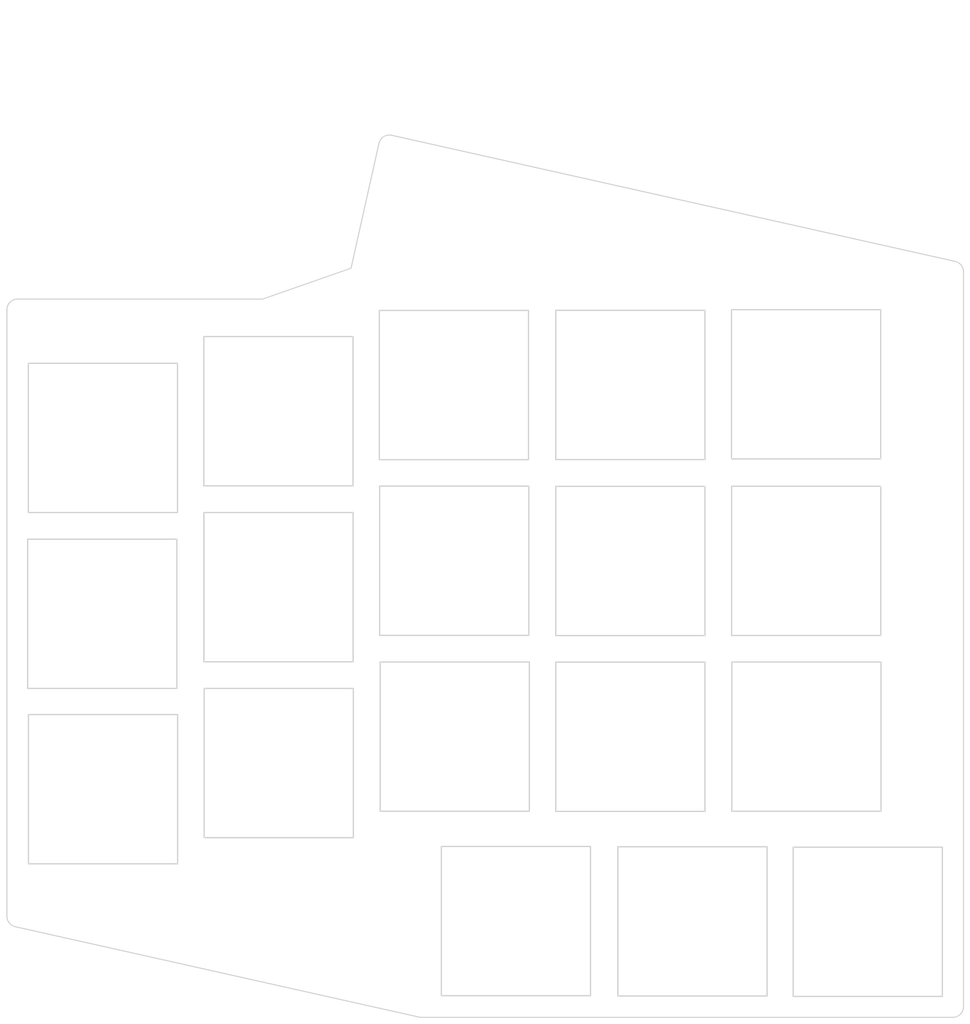
<source format=kicad_pcb>
(kicad_pcb (version 20211014) (generator pcbnew)
  (layers (0 "F.Cu" signal) (31 "B.Cu" signal) (34 "B.Paste" user) (35 "F.Paste" user) (36 "B.SilkS" user "B.Silkscreen") (37 "F.SilkS" user "F.Silkscreen") (38 "B.Mask" user) (39 "F.Mask" user) (44 "Edge.Cuts" user))
  (net 0 "")
  (footprint "split-mini:SW_Hole" (layer "F.Cu") (at 33.65 81.05)
    (fp_text reference "SW6" hide)
    (fp_text value "SW_PUSH" hide)
    (fp_line (start 7 -7) (end -7 -7) (layer "Edge.Cuts") (width 0.12))
    (fp_line (start -7 7) (end 7 7) (layer "Edge.Cuts") (width 0.12))
    (fp_line (start -7 -7) (end -7 7) (layer "Edge.Cuts") (width 0.12))
    (fp_line (start 7 7) (end 7 -7) (layer "Edge.Cuts") (width 0.12))
  )
  (footprint "split-mini:SW_Hole" (layer "F.Cu") (at 33.72 97.5)
    (fp_text reference "SW11" hide)
    (fp_text value "SW_PUSH" hide)
    (fp_line (start 7 7) (end 7 -7) (layer "Edge.Cuts") (width 0.12))
    (fp_line (start -7 -7) (end -7 7) (layer "Edge.Cuts") (width 0.12))
    (fp_line (start 7 -7) (end -7 -7) (layer "Edge.Cuts") (width 0.12))
    (fp_line (start -7 7) (end 7 7) (layer "Edge.Cuts") (width 0.12))
  )
  (footprint "split-mini:SW_Hole" (layer "F.Cu") (at 83.21 76.09)
    (fp_text reference "SW9" hide)
    (fp_text value "SW_PUSH" hide)
    (fp_line (start -7 7) (end 7 7) (layer "Edge.Cuts") (width 0.12))
    (fp_line (start 7 7) (end 7 -7) (layer "Edge.Cuts") (width 0.12))
    (fp_line (start 7 -7) (end -7 -7) (layer "Edge.Cuts") (width 0.12))
    (fp_line (start -7 -7) (end -7 7) (layer "Edge.Cuts") (width 0.12))
  )
  (footprint "split-mini:SW_Hole" (layer "F.Cu") (at 66.65 59.59)
    (fp_text reference "SW3" hide)
    (fp_text value "SW_PUSH" hide)
    (fp_line (start 7 7) (end 7 -7) (layer "Edge.Cuts") (width 0.12))
    (fp_line (start 7 -7) (end -7 -7) (layer "Edge.Cuts") (width 0.12))
    (fp_line (start -7 7) (end 7 7) (layer "Edge.Cuts") (width 0.12))
    (fp_line (start -7 -7) (end -7 7) (layer "Edge.Cuts") (width 0.12))
  )
  (footprint "split-mini:SW_Hole" (layer "F.Cu") (at 99.7 59.52)
    (fp_text reference "SW5" hide)
    (fp_text value "SW_PUSH" hide)
    (fp_line (start -7 7) (end 7 7) (layer "Edge.Cuts") (width 0.12))
    (fp_line (start 7 -7) (end -7 -7) (layer "Edge.Cuts") (width 0.12))
    (fp_line (start -7 -7) (end -7 7) (layer "Edge.Cuts") (width 0.12))
    (fp_line (start 7 7) (end 7 -7) (layer "Edge.Cuts") (width 0.12))
  )
  (footprint "split-mini:spacer_m2_2.2mm" (layer "F.Cu") (at 99.71 49.06)
    (fp_text reference "HOLE3" hide)
    (fp_text value "Val**" hide)
    (pad "" np_thru_hole circle (at 0 0) (size 2.2 2.2) (drill 2.2) (layers F&B.Cu *.Mask))
  )
  (footprint "split-mini:SW_Hole" (layer "F.Cu") (at 99.73 92.57)
    (fp_text reference "SW15" hide)
    (fp_text value "SW_PUSH" hide)
    (fp_line (start 7 7) (end 7 -7) (layer "Edge.Cuts") (width 0.12))
    (fp_line (start -7 7) (end 7 7) (layer "Edge.Cuts") (width 0.12))
    (fp_line (start 7 -7) (end -7 -7) (layer "Edge.Cuts") (width 0.12))
    (fp_line (start -7 -7) (end -7 7) (layer "Edge.Cuts") (width 0.12))
  )
  (footprint "split-mini:SW_Hole" (layer "F.Cu") (at 50.19 78.55)
    (fp_text reference "SW7" hide)
    (fp_text value "SW_PUSH" hide)
    (fp_line (start 7 -7) (end -7 -7) (layer "Edge.Cuts") (width 0.12))
    (fp_line (start -7 -7) (end -7 7) (layer "Edge.Cuts") (width 0.12))
    (fp_line (start -7 7) (end 7 7) (layer "Edge.Cuts") (width 0.12))
    (fp_line (start 7 7) (end 7 -7) (layer "Edge.Cuts") (width 0.12))
  )
  (footprint "split-mini:spacer_m2_2.2mm" (layer "F.Cu") (at 60.48 112.87)
    (fp_text reference "HOLE5" hide)
    (fp_text value "Val**" hide)
    (pad "" np_thru_hole circle (at 0 0) (size 2.2 2.2) (drill 2.2) (layers F&B.Cu *.Mask))
  )
  (footprint "split-mini:SW_Hole" (layer "F.Cu") (at 72.47 109.87)
    (fp_text reference "SW16" hide)
    (fp_text value "SW_PUSH" hide)
    (fp_line (start 7 7) (end 7 -7) (layer "Edge.Cuts") (width 0.12))
    (fp_line (start -7 7) (end 7 7) (layer "Edge.Cuts") (width 0.12))
    (fp_line (start -7 -7) (end -7 7) (layer "Edge.Cuts") (width 0.12))
    (fp_line (start 7 -7) (end -7 -7) (layer "Edge.Cuts") (width 0.12))
  )
  (footprint "split-mini:spacer_m2_2.2mm" (layer "F.Cu") (at 33.69 108.03)
    (fp_text reference "HOLE4" hide)
    (fp_text value "Val*" hide)
    (pad "" np_thru_hole circle (at 0 0) (size 2.2 2.2) (drill 2.2) (layers F&B.Cu *.Mask))
  )
  (footprint "split-mini:SW_Hole" (layer "F.Cu") (at 105.49 109.94)
    (fp_text reference "SW18" hide)
    (fp_text value "SW_PUSH" hide)
    (fp_line (start 7 7) (end 7 -7) (layer "Edge.Cuts") (width 0.12))
    (fp_line (start -7 -7) (end -7 7) (layer "Edge.Cuts") (width 0.12))
    (fp_line (start 7 -7) (end -7 -7) (layer "Edge.Cuts") (width 0.12))
    (fp_line (start -7 7) (end 7 7) (layer "Edge.Cuts") (width 0.12))
  )
  (footprint "split-mini:SW_Hole" (layer "F.Cu") (at 66.68 76.07)
    (fp_text reference "SW8" hide)
    (fp_text value "SW_PUSH" hide)
    (fp_line (start -7 -7) (end -7 7) (layer "Edge.Cuts") (width 0.12))
    (fp_line (start 7 -7) (end -7 -7) (layer "Edge.Cuts") (width 0.12))
    (fp_line (start -7 7) (end 7 7) (layer "Edge.Cuts") (width 0.12))
    (fp_line (start 7 7) (end 7 -7) (layer "Edge.Cuts") (width 0.12))
  )
  (footprint "split-mini:spacer_m2_2.2mm" (layer "F.Cu") (at 110.2 93.56)
    (fp_text reference "HOLE2" hide)
    (fp_text value "Val**" hide)
    (pad "" np_thru_hole circle (at 0 0) (size 2.2 2.2) (drill 2.2) (layers F&B.Cu *.Mask))
  )
  (footprint "split-mini:SW_Hole" (layer "F.Cu") (at 89.04 109.9)
    (fp_text reference "SW17" hide)
    (fp_text value "SW_PUSH" hide)
    (fp_line (start -7 7) (end 7 7) (layer "Edge.Cuts") (width 0.12))
    (fp_line (start 7 -7) (end -7 -7) (layer "Edge.Cuts") (width 0.12))
    (fp_line (start 7 7) (end 7 -7) (layer "Edge.Cuts") (width 0.12))
    (fp_line (start -7 -7) (end -7 7) (layer "Edge.Cuts") (width 0.12))
  )
  (footprint "split-mini:SW_Hole" (layer "F.Cu") (at 99.71 76.08)
    (fp_text reference "SW10" hide)
    (fp_text value "SW_PUSH" hide)
    (fp_line (start 7 -7) (end -7 -7) (layer "Edge.Cuts") (width 0.12))
    (fp_line (start -7 7) (end 7 7) (layer "Edge.Cuts") (width 0.12))
    (fp_line (start -7 -7) (end -7 7) (layer "Edge.Cuts") (width 0.12))
    (fp_line (start 7 7) (end 7 -7) (layer "Edge.Cuts") (width 0.12))
  )
  (footprint "split-mini:SW_Hole" (layer "F.Cu") (at 50.18 62.04)
    (fp_text reference "SW2" hide)
    (fp_text value "SW_PUSH" hide)
    (fp_line (start -7 7) (end 7 7) (layer "Edge.Cuts") (width 0.12))
    (fp_line (start 7 7) (end 7 -7) (layer "Edge.Cuts") (width 0.12))
    (fp_line (start 7 -7) (end -7 -7) (layer "Edge.Cuts") (width 0.12))
    (fp_line (start -7 -7) (end -7 7) (layer "Edge.Cuts") (width 0.12))
  )
  (footprint "split-mini:SW_Hole" (layer "F.Cu") (at 66.73 92.57)
    (fp_text reference "SW13" hide)
    (fp_text value "SW_PUSH" hide)
    (fp_line (start -7 7) (end 7 7) (layer "Edge.Cuts") (width 0.12))
    (fp_line (start 7 -7) (end -7 -7) (layer "Edge.Cuts") (width 0.12))
    (fp_line (start -7 -7) (end -7 7) (layer "Edge.Cuts") (width 0.12))
    (fp_line (start 7 7) (end 7 -7) (layer "Edge.Cuts") (width 0.12))
  )
  (footprint "split-mini:spacer_m2_2.2mm" (layer "F.Cu") (at 33.73 54.53)
    (fp_text reference "HOLE1" hide)
    (fp_text value "Val**" hide)
    (pad "" np_thru_hole circle (at 0 0) (size 2.2 2.2) (drill 2.2) (layers F&B.Cu *.Mask))
  )
  (footprint "split-mini:SW_Hole" (layer "F.Cu") (at 50.21 95.05)
    (fp_text reference "SW12" hide)
    (fp_text value "SW_PUSH" hide)
    (fp_line (start -7 7) (end 7 7) (layer "Edge.Cuts") (width 0.12))
    (fp_line (start -7 -7) (end -7 7) (layer "Edge.Cuts") (width 0.12))
    (fp_line (start 7 7) (end 7 -7) (layer "Edge.Cuts") (width 0.12))
    (fp_line (start 7 -7) (end -7 -7) (layer "Edge.Cuts") (width 0.12))
  )
  (footprint "split-mini:SW_Hole" (layer "F.Cu") (at 83.21 92.58)
    (fp_text reference "SW14" hide)
    (fp_text value "SW_PUSH" hide)
    (fp_line (start -7 7) (end 7 7) (layer "Edge.Cuts") (width 0.12))
    (fp_line (start 7 7) (end 7 -7) (layer "Edge.Cuts") (width 0.12))
    (fp_line (start 7 -7) (end -7 -7) (layer "Edge.Cuts") (width 0.12))
    (fp_line (start -7 -7) (end -7 7) (layer "Edge.Cuts") (width 0.12))
  )
  (footprint "split-mini:SW_Hole" (layer "F.Cu") (at 33.71 64.55)
    (fp_text reference "SW1" hide)
    (fp_text value "SW_PUSH" hide)
    (fp_line (start 7 7) (end 7 -7) (layer "Edge.Cuts") (width 0.12))
    (fp_line (start 7 -7) (end -7 -7) (layer "Edge.Cuts") (width 0.12))
    (fp_line (start -7 7) (end 7 7) (layer "Edge.Cuts") (width 0.12))
    (fp_line (start -7 -7) (end -7 7) (layer "Edge.Cuts") (width 0.12))
  )
  (footprint "split-mini:SW_Hole" (layer "F.Cu") (at 83.21 59.58)
    (fp_text reference "SW4" hide)
    (fp_text value "SW_PUSH" hide)
    (fp_line (start 7 7) (end 7 -7) (layer "Edge.Cuts") (width 0.12))
    (fp_line (start -7 -7) (end -7 7) (layer "Edge.Cuts") (width 0.12))
    (fp_line (start 7 -7) (end -7 -7) (layer "Edge.Cuts") (width 0.12))
    (fp_line (start -7 7) (end 7 7) (layer "Edge.Cuts") (width 0.12))
  )
  (gr_arc (start 25.481692 110.400757) (mid 24.919517 110.050054) (end 24.7 109.424877) (layer "Edge.Cuts") (width 0.1))
  (gr_line (start 114.475 117.9) (end 114.475 48.967011) (layer "Edge.Cuts") (width 0.1))
  (gr_line (start 25.481692 110.400757) (end 63.367178 118.875879) (layer "Edge.Cuts") (width 0.1))
  (gr_line (start 24.7 52.525) (end 24.7 109.424877) (layer "Edge.Cuts") (width 0.1))
  (gr_line (start 56.994979 48.628817) (end 59.614674 36.918258) (layer "Edge.Cuts") (width 0.1))
  (gr_line (start 48.7 51.525) (end 56.994979 48.628817) (layer "Edge.Cuts") (width 0.1))
  (gr_arc (start 114.475 117.9) (mid 114.182103 118.607108) (end 113.475 118.9) (layer "Edge.Cuts") (width 0.1))
  (gr_arc (start 63.585486 118.9) (mid 63.475667 118.893954) (end 63.367178 118.875879) (layer "Edge.Cuts") (width 0.1))
  (gr_line (start 63.585486 118.9) (end 113.475 118.9) (layer "Edge.Cuts") (width 0.1))
  (gr_line (start 25.7 51.525) (end 48.7 51.525) (layer "Edge.Cuts") (width 0.1))
  (gr_arc (start 59.614674 36.918258) (mid 60.054873 36.292152) (end 60.808862 36.160686) (layer "Edge.Cuts") (width 0.1))
  (gr_line (start 113.693308 47.991131) (end 60.808862 36.160686) (layer "Edge.Cuts") (width 0.1))
  (gr_arc (start 24.7 52.525) (mid 24.992893 51.817893) (end 25.7 51.525) (layer "Edge.Cuts") (width 0.1))
  (gr_arc (start 113.693308 47.991131) (mid 114.255453 48.341845) (end 114.475 48.967011) (layer "Edge.Cuts") (width 0.1))
)
</source>
